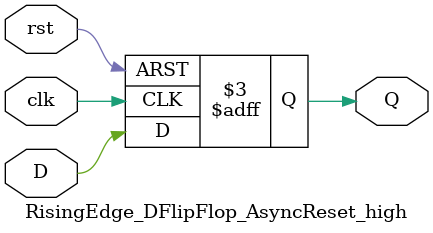
<source format=v>
`timescale 1ns / 1ps


module RisingEdge_DFlipFlop_AsyncReset_high(D,clk, rst, Q);
    input D, clk;
    input rst;
    output reg Q;
    
    always@(posedge clk or posedge rst)
        begin
            if(rst == 1'b1)
                Q <= 1'b0;
            else
                Q <= D;
        end
endmodule


</source>
